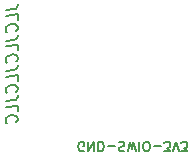
<source format=gbr>
%TF.GenerationSoftware,KiCad,Pcbnew,9.0.1*%
%TF.CreationDate,2025-07-03T23:17:29+02:00*%
%TF.ProjectId,Amon_Link,416d6f6e-5f4c-4696-9e6b-2e6b69636164,rev?*%
%TF.SameCoordinates,Original*%
%TF.FileFunction,Legend,Bot*%
%TF.FilePolarity,Positive*%
%FSLAX46Y46*%
G04 Gerber Fmt 4.6, Leading zero omitted, Abs format (unit mm)*
G04 Created by KiCad (PCBNEW 9.0.1) date 2025-07-03 23:17:29*
%MOMM*%
%LPD*%
G01*
G04 APERTURE LIST*
%ADD10C,0.150000*%
%ADD11C,0.200000*%
G04 APERTURE END LIST*
D10*
X136188207Y-109567609D02*
X136112017Y-109605704D01*
X136112017Y-109605704D02*
X135997731Y-109605704D01*
X135997731Y-109605704D02*
X135883445Y-109567609D01*
X135883445Y-109567609D02*
X135807255Y-109491419D01*
X135807255Y-109491419D02*
X135769160Y-109415228D01*
X135769160Y-109415228D02*
X135731064Y-109262847D01*
X135731064Y-109262847D02*
X135731064Y-109148561D01*
X135731064Y-109148561D02*
X135769160Y-108996180D01*
X135769160Y-108996180D02*
X135807255Y-108919990D01*
X135807255Y-108919990D02*
X135883445Y-108843800D01*
X135883445Y-108843800D02*
X135997731Y-108805704D01*
X135997731Y-108805704D02*
X136073922Y-108805704D01*
X136073922Y-108805704D02*
X136188207Y-108843800D01*
X136188207Y-108843800D02*
X136226303Y-108881895D01*
X136226303Y-108881895D02*
X136226303Y-109148561D01*
X136226303Y-109148561D02*
X136073922Y-109148561D01*
X136569160Y-108805704D02*
X136569160Y-109605704D01*
X136569160Y-109605704D02*
X137026303Y-108805704D01*
X137026303Y-108805704D02*
X137026303Y-109605704D01*
X137407255Y-108805704D02*
X137407255Y-109605704D01*
X137407255Y-109605704D02*
X137597731Y-109605704D01*
X137597731Y-109605704D02*
X137712017Y-109567609D01*
X137712017Y-109567609D02*
X137788207Y-109491419D01*
X137788207Y-109491419D02*
X137826302Y-109415228D01*
X137826302Y-109415228D02*
X137864398Y-109262847D01*
X137864398Y-109262847D02*
X137864398Y-109148561D01*
X137864398Y-109148561D02*
X137826302Y-108996180D01*
X137826302Y-108996180D02*
X137788207Y-108919990D01*
X137788207Y-108919990D02*
X137712017Y-108843800D01*
X137712017Y-108843800D02*
X137597731Y-108805704D01*
X137597731Y-108805704D02*
X137407255Y-108805704D01*
X138207255Y-109110466D02*
X138816779Y-109110466D01*
X139159635Y-108843800D02*
X139273921Y-108805704D01*
X139273921Y-108805704D02*
X139464397Y-108805704D01*
X139464397Y-108805704D02*
X139540588Y-108843800D01*
X139540588Y-108843800D02*
X139578683Y-108881895D01*
X139578683Y-108881895D02*
X139616778Y-108958085D01*
X139616778Y-108958085D02*
X139616778Y-109034276D01*
X139616778Y-109034276D02*
X139578683Y-109110466D01*
X139578683Y-109110466D02*
X139540588Y-109148561D01*
X139540588Y-109148561D02*
X139464397Y-109186657D01*
X139464397Y-109186657D02*
X139312016Y-109224752D01*
X139312016Y-109224752D02*
X139235826Y-109262847D01*
X139235826Y-109262847D02*
X139197731Y-109300942D01*
X139197731Y-109300942D02*
X139159635Y-109377133D01*
X139159635Y-109377133D02*
X139159635Y-109453323D01*
X139159635Y-109453323D02*
X139197731Y-109529514D01*
X139197731Y-109529514D02*
X139235826Y-109567609D01*
X139235826Y-109567609D02*
X139312016Y-109605704D01*
X139312016Y-109605704D02*
X139502493Y-109605704D01*
X139502493Y-109605704D02*
X139616778Y-109567609D01*
X139883445Y-109605704D02*
X140073921Y-108805704D01*
X140073921Y-108805704D02*
X140226302Y-109377133D01*
X140226302Y-109377133D02*
X140378683Y-108805704D01*
X140378683Y-108805704D02*
X140569160Y-109605704D01*
X140873922Y-108805704D02*
X140873922Y-109605704D01*
X141407255Y-109605704D02*
X141559636Y-109605704D01*
X141559636Y-109605704D02*
X141635826Y-109567609D01*
X141635826Y-109567609D02*
X141712017Y-109491419D01*
X141712017Y-109491419D02*
X141750112Y-109339038D01*
X141750112Y-109339038D02*
X141750112Y-109072371D01*
X141750112Y-109072371D02*
X141712017Y-108919990D01*
X141712017Y-108919990D02*
X141635826Y-108843800D01*
X141635826Y-108843800D02*
X141559636Y-108805704D01*
X141559636Y-108805704D02*
X141407255Y-108805704D01*
X141407255Y-108805704D02*
X141331064Y-108843800D01*
X141331064Y-108843800D02*
X141254874Y-108919990D01*
X141254874Y-108919990D02*
X141216778Y-109072371D01*
X141216778Y-109072371D02*
X141216778Y-109339038D01*
X141216778Y-109339038D02*
X141254874Y-109491419D01*
X141254874Y-109491419D02*
X141331064Y-109567609D01*
X141331064Y-109567609D02*
X141407255Y-109605704D01*
X142092969Y-109110466D02*
X142702493Y-109110466D01*
X143007254Y-109605704D02*
X143502492Y-109605704D01*
X143502492Y-109605704D02*
X143235826Y-109300942D01*
X143235826Y-109300942D02*
X143350111Y-109300942D01*
X143350111Y-109300942D02*
X143426302Y-109262847D01*
X143426302Y-109262847D02*
X143464397Y-109224752D01*
X143464397Y-109224752D02*
X143502492Y-109148561D01*
X143502492Y-109148561D02*
X143502492Y-108958085D01*
X143502492Y-108958085D02*
X143464397Y-108881895D01*
X143464397Y-108881895D02*
X143426302Y-108843800D01*
X143426302Y-108843800D02*
X143350111Y-108805704D01*
X143350111Y-108805704D02*
X143121540Y-108805704D01*
X143121540Y-108805704D02*
X143045349Y-108843800D01*
X143045349Y-108843800D02*
X143007254Y-108881895D01*
X143731064Y-109605704D02*
X143997731Y-108805704D01*
X143997731Y-108805704D02*
X144264397Y-109605704D01*
X144454873Y-109605704D02*
X144950111Y-109605704D01*
X144950111Y-109605704D02*
X144683445Y-109300942D01*
X144683445Y-109300942D02*
X144797730Y-109300942D01*
X144797730Y-109300942D02*
X144873921Y-109262847D01*
X144873921Y-109262847D02*
X144912016Y-109224752D01*
X144912016Y-109224752D02*
X144950111Y-109148561D01*
X144950111Y-109148561D02*
X144950111Y-108958085D01*
X144950111Y-108958085D02*
X144912016Y-108881895D01*
X144912016Y-108881895D02*
X144873921Y-108843800D01*
X144873921Y-108843800D02*
X144797730Y-108805704D01*
X144797730Y-108805704D02*
X144569159Y-108805704D01*
X144569159Y-108805704D02*
X144492968Y-108843800D01*
X144492968Y-108843800D02*
X144454873Y-108881895D01*
D11*
X129577219Y-97664435D02*
X130291504Y-97575149D01*
X130291504Y-97575149D02*
X130434361Y-97509673D01*
X130434361Y-97509673D02*
X130529600Y-97402530D01*
X130529600Y-97402530D02*
X130577219Y-97253720D01*
X130577219Y-97253720D02*
X130577219Y-97158482D01*
X130577219Y-98491816D02*
X130577219Y-98015625D01*
X130577219Y-98015625D02*
X129577219Y-98140625D01*
X130481980Y-99408483D02*
X130529600Y-99354911D01*
X130529600Y-99354911D02*
X130577219Y-99206102D01*
X130577219Y-99206102D02*
X130577219Y-99110864D01*
X130577219Y-99110864D02*
X130529600Y-98973959D01*
X130529600Y-98973959D02*
X130434361Y-98890626D01*
X130434361Y-98890626D02*
X130339123Y-98854911D01*
X130339123Y-98854911D02*
X130148647Y-98831102D01*
X130148647Y-98831102D02*
X130005790Y-98848959D01*
X130005790Y-98848959D02*
X129815314Y-98920387D01*
X129815314Y-98920387D02*
X129720076Y-98979911D01*
X129720076Y-98979911D02*
X129624838Y-99087054D01*
X129624838Y-99087054D02*
X129577219Y-99235864D01*
X129577219Y-99235864D02*
X129577219Y-99331102D01*
X129577219Y-99331102D02*
X129624838Y-99468007D01*
X129624838Y-99468007D02*
X129672457Y-99509673D01*
X129577219Y-100235864D02*
X130291504Y-100146578D01*
X130291504Y-100146578D02*
X130434361Y-100081102D01*
X130434361Y-100081102D02*
X130529600Y-99973959D01*
X130529600Y-99973959D02*
X130577219Y-99825149D01*
X130577219Y-99825149D02*
X130577219Y-99729911D01*
X130577219Y-101063245D02*
X130577219Y-100587054D01*
X130577219Y-100587054D02*
X129577219Y-100712054D01*
X130481980Y-101979912D02*
X130529600Y-101926340D01*
X130529600Y-101926340D02*
X130577219Y-101777531D01*
X130577219Y-101777531D02*
X130577219Y-101682293D01*
X130577219Y-101682293D02*
X130529600Y-101545388D01*
X130529600Y-101545388D02*
X130434361Y-101462055D01*
X130434361Y-101462055D02*
X130339123Y-101426340D01*
X130339123Y-101426340D02*
X130148647Y-101402531D01*
X130148647Y-101402531D02*
X130005790Y-101420388D01*
X130005790Y-101420388D02*
X129815314Y-101491816D01*
X129815314Y-101491816D02*
X129720076Y-101551340D01*
X129720076Y-101551340D02*
X129624838Y-101658483D01*
X129624838Y-101658483D02*
X129577219Y-101807293D01*
X129577219Y-101807293D02*
X129577219Y-101902531D01*
X129577219Y-101902531D02*
X129624838Y-102039436D01*
X129624838Y-102039436D02*
X129672457Y-102081102D01*
X129577219Y-102807293D02*
X130291504Y-102718007D01*
X130291504Y-102718007D02*
X130434361Y-102652531D01*
X130434361Y-102652531D02*
X130529600Y-102545388D01*
X130529600Y-102545388D02*
X130577219Y-102396578D01*
X130577219Y-102396578D02*
X130577219Y-102301340D01*
X130577219Y-103634674D02*
X130577219Y-103158483D01*
X130577219Y-103158483D02*
X129577219Y-103283483D01*
X130481980Y-104551341D02*
X130529600Y-104497769D01*
X130529600Y-104497769D02*
X130577219Y-104348960D01*
X130577219Y-104348960D02*
X130577219Y-104253722D01*
X130577219Y-104253722D02*
X130529600Y-104116817D01*
X130529600Y-104116817D02*
X130434361Y-104033484D01*
X130434361Y-104033484D02*
X130339123Y-103997769D01*
X130339123Y-103997769D02*
X130148647Y-103973960D01*
X130148647Y-103973960D02*
X130005790Y-103991817D01*
X130005790Y-103991817D02*
X129815314Y-104063245D01*
X129815314Y-104063245D02*
X129720076Y-104122769D01*
X129720076Y-104122769D02*
X129624838Y-104229912D01*
X129624838Y-104229912D02*
X129577219Y-104378722D01*
X129577219Y-104378722D02*
X129577219Y-104473960D01*
X129577219Y-104473960D02*
X129624838Y-104610865D01*
X129624838Y-104610865D02*
X129672457Y-104652531D01*
X129577219Y-105378722D02*
X130291504Y-105289436D01*
X130291504Y-105289436D02*
X130434361Y-105223960D01*
X130434361Y-105223960D02*
X130529600Y-105116817D01*
X130529600Y-105116817D02*
X130577219Y-104968007D01*
X130577219Y-104968007D02*
X130577219Y-104872769D01*
X130577219Y-106206103D02*
X130577219Y-105729912D01*
X130577219Y-105729912D02*
X129577219Y-105854912D01*
X130481980Y-107122770D02*
X130529600Y-107069198D01*
X130529600Y-107069198D02*
X130577219Y-106920389D01*
X130577219Y-106920389D02*
X130577219Y-106825151D01*
X130577219Y-106825151D02*
X130529600Y-106688246D01*
X130529600Y-106688246D02*
X130434361Y-106604913D01*
X130434361Y-106604913D02*
X130339123Y-106569198D01*
X130339123Y-106569198D02*
X130148647Y-106545389D01*
X130148647Y-106545389D02*
X130005790Y-106563246D01*
X130005790Y-106563246D02*
X129815314Y-106634674D01*
X129815314Y-106634674D02*
X129720076Y-106694198D01*
X129720076Y-106694198D02*
X129624838Y-106801341D01*
X129624838Y-106801341D02*
X129577219Y-106950151D01*
X129577219Y-106950151D02*
X129577219Y-107045389D01*
X129577219Y-107045389D02*
X129624838Y-107182294D01*
X129624838Y-107182294D02*
X129672457Y-107223960D01*
M02*

</source>
